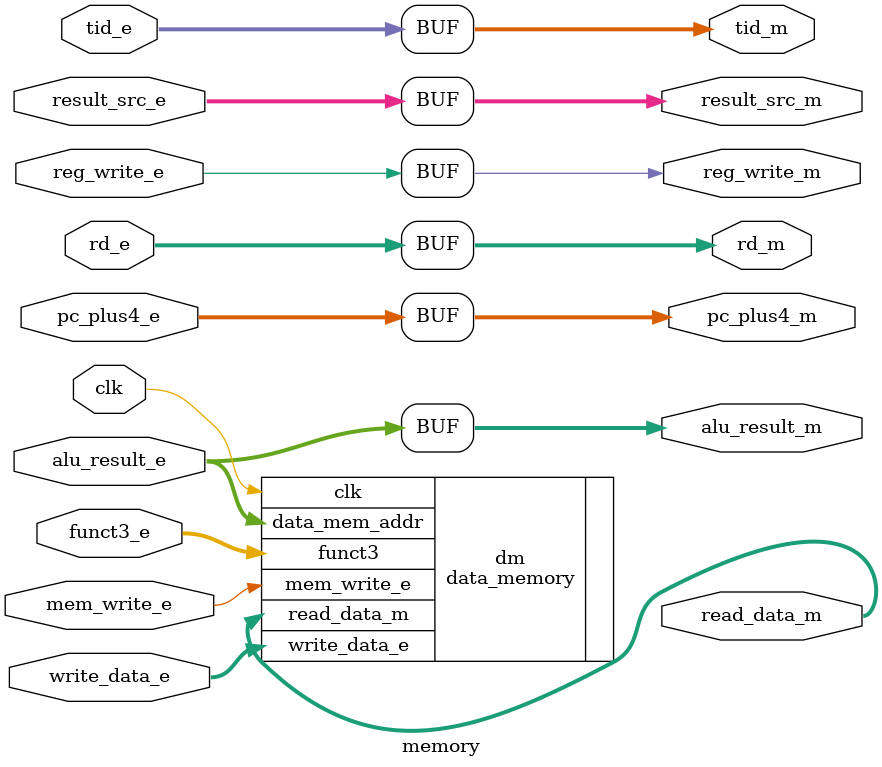
<source format=v>
module memory #(
    parameter ADDRESS_WIDTH = 32,
    parameter DATA_WIDTH = 32,
    parameter DMEM_SIZE = 64,
    parameter NUM_THREADS = 4
    )(
    input clk, reg_write_e,
    input [1:0] result_src_e,
    input mem_write_e,
    input [14:12] funct3_e,

    input [DATA_WIDTH-1:0] alu_result_e, write_data_e,
    input [4:0] rd_e,
    input [ADDRESS_WIDTH-1:0] pc_plus4_e,
    input [BITS_THREADS-1:0] tid_e,

    output reg_write_m,
    output [1:0] result_src_m,
    output [DATA_WIDTH-1:0] alu_result_m,
    output [DATA_WIDTH-1:0] read_data_m,
    output [4:0] rd_m,
    output [ADDRESS_WIDTH-1:0] pc_plus4_m,
    output [BITS_THREADS-1:0] tid_m
);
localparam BITS_THREADS = $clog2(NUM_THREADS);

data_memory #(
    .ADDRESS_WIDTH(ADDRESS_WIDTH),
    .DATA_WIDTH(DATA_WIDTH),
    .MEM_SIZE(DMEM_SIZE)
)
dm(
    .clk(clk),
    .mem_write_e(mem_write_e),
    .funct3(funct3_e),
    .data_mem_addr(alu_result_e),
    .write_data_e(write_data_e),
    .read_data_m(read_data_m)
);

assign reg_write_m = reg_write_e;
assign result_src_m = result_src_e;
assign alu_result_m = alu_result_e;
assign rd_m = rd_e;
assign pc_plus4_m = pc_plus4_e;
assign tid_m = tid_e;

endmodule

</source>
